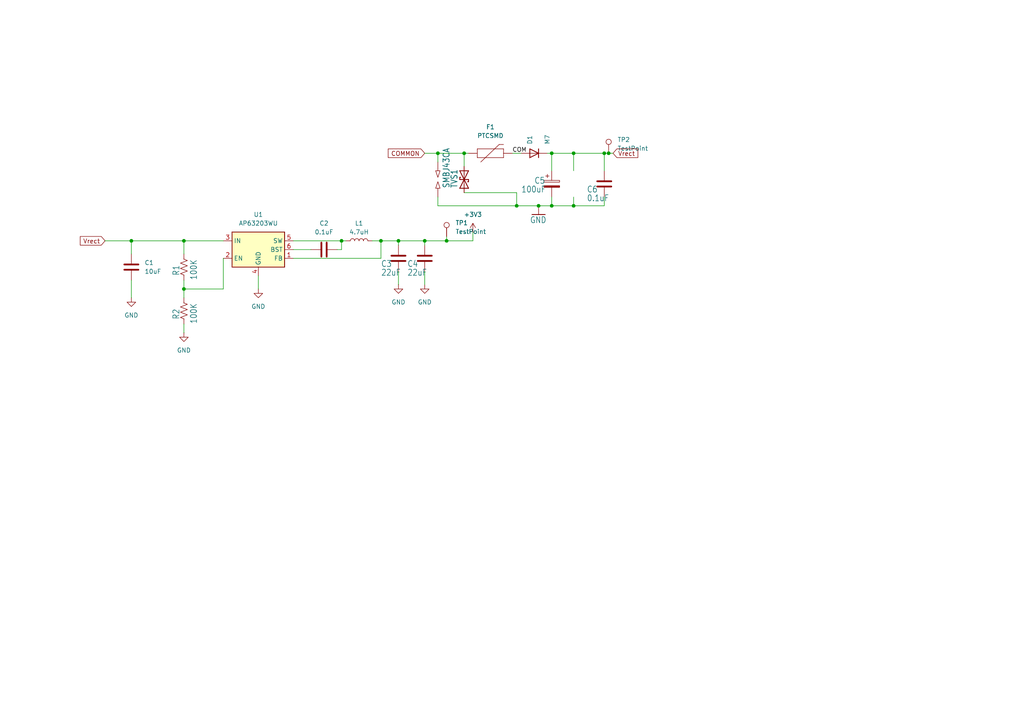
<source format=kicad_sch>
(kicad_sch (version 20231120) (generator "eeschema") (generator_version "8.0")
  (paper "A4")
  (lib_symbols
    (symbol "Connector:TestPoint" (pin_numbers hide) (pin_names (offset 0.762) hide)
      (property "Reference" "TP" (at 0 6.858 0))
      (property "Value" "TestPoint" (at 0 5.08 0))
      (symbol "TestPoint_0_1"
        (circle (center 0 3.302) (radius 0.762))
      )
      (symbol "TestPoint_1_1"
        (pin passive line (at 0 0 90) (length 2.54) (name "1") (number "1"))
      )
    )
    (symbol "Device:C" (pin_numbers hide) (pin_names (offset 0.254))
      (property "Reference" "C" (at 0.635 2.54 0))
      (property "Value" "C" (at 0.635 -2.54 0))
      (symbol "C_0_1"
        (polyline (pts (xy -2.032 -0.762) (xy 2.032 -0.762)) (stroke (width 0.508)))
        (polyline (pts (xy -2.032 0.762) (xy 2.032 0.762)) (stroke (width 0.508)))
      )
      (symbol "C_1_1"
        (pin passive line (at 0 3.81 270) (length 2.794) (name "~") (number "1"))
        (pin passive line (at 0 -3.81 90) (length 2.794) (name "~") (number "2"))
      )
    )
    (symbol "Device:C_Polarized" (pin_numbers hide) (pin_names (offset 0.254))
      (property "Reference" "C" (at 0.635 2.54 0))
      (property "Value" "C_Polarized" (at 0.635 -2.54 0))
      (symbol "C_Polarized_0_1"
        (rectangle (start -2.286 0.508) (end 2.286 1.016))
        (polyline (pts (xy -1.778 2.286) (xy -0.762 2.286)))
        (polyline (pts (xy -1.27 2.794) (xy -1.27 1.778)))
        (rectangle (start 2.286 -0.508) (end -2.286 -1.016) (fill (type outline)))
      )
      (symbol "C_Polarized_1_1"
        (pin passive line (at 0 3.81 270) (length 2.794) (name "~") (number "1"))
        (pin passive line (at 0 -3.81 90) (length 2.794) (name "~") (number "2"))
      )
    )
    (symbol "Device:L" (pin_numbers hide) (pin_names (offset 1.016) hide)
      (property "Reference" "L" (at -1.27 0 90))
      (property "Value" "L" (at 1.905 0 90))
      (symbol "L_0_1"
        (arc (start 0 -2.54) (mid 0.6323 -1.905) (end 0 -1.27))
        (arc (start 0 -1.27) (mid 0.6323 -0.635) (end 0 0))
        (arc (start 0 0) (mid 0.6323 0.635) (end 0 1.27))
        (arc (start 0 1.27) (mid 0.6323 1.905) (end 0 2.54))
      )
      (symbol "L_1_1"
        (pin passive line (at 0 3.81 270) (length 1.27) (name "1") (number "1"))
        (pin passive line (at 0 -3.81 90) (length 1.27) (name "2") (number "2"))
      )
    )
    (symbol "Device:R_US" (pin_numbers hide) (pin_names (offset 0))
      (property "Reference" "R" (at 2.54 0 90))
      (property "Value" "R_US" (at -2.54 0 90))
      (symbol "R_US_0_1"
        (polyline (pts (xy 0 -2.286) (xy 0 -2.54)))
        (polyline (pts (xy 0 2.286) (xy 0 2.54)))
        (polyline (pts (xy 0 -0.762) (xy 1.016 -1.143) (xy 0 -1.524) (xy -1.016 -1.905) (xy 0 -2.286)))
        (polyline (pts (xy 0 0.762) (xy 1.016 0.381) (xy 0 0) (xy -1.016 -0.381) (xy 0 -0.762)))
        (polyline (pts (xy 0 2.286) (xy 1.016 1.905) (xy 0 1.524) (xy -1.016 1.143) (xy 0 0.762)))
      )
      (symbol "R_US_1_1"
        (pin passive line (at 0 3.81 270) (length 1.27) (name "~") (number "1"))
        (pin passive line (at 0 -3.81 90) (length 1.27) (name "~") (number "2"))
      )
    )
    (symbol "Device:SparkGap" (pin_numbers hide) (pin_names (offset 0))
      (property "Reference" "E" (at 0 2.032 0))
      (property "Value" "SparkGap" (at 0 -1.905 0))
      (symbol "SparkGap_0_1"
        (polyline (pts (xy -2.54 0.635) (xy -2.54 -0.635) (xy -0.635 0) (xy -2.54 0.635)))
        (polyline (pts (xy 2.54 0.635) (xy 2.54 -0.635) (xy 0.635 0) (xy 2.54 0.635)))
      )
      (symbol "SparkGap_1_1"
        (pin passive line (at -5.08 0 0) (length 2.54) (name "~") (number "1"))
        (pin passive line (at 5.08 0 180) (length 2.54) (name "~") (number "2"))
      )
    )
    (symbol "Diode:MRA4007T3G" (pin_numbers hide) (pin_names hide)
      (property "Reference" "D" (at 0 2.54 0))
      (property "Value" "MRA4007T3G" (at 0 -2.54 0))
      (symbol "MRA4007T3G_0_1"
        (polyline (pts (xy -1.27 1.27) (xy -1.27 -1.27)) (stroke (width 0.254)))
        (polyline (pts (xy 1.27 0) (xy -1.27 0)))
        (polyline (pts (xy 1.27 1.27) (xy 1.27 -1.27) (xy -1.27 0) (xy 1.27 1.27)) (stroke (width 0.254)))
      )
      (symbol "MRA4007T3G_1_1"
        (pin passive line (at -3.81 0 0) (length 2.54) (name "K") (number "1"))
        (pin passive line (at 3.81 0 180) (length 2.54) (name "A") (number "2"))
      )
    )
    (symbol "Regulator_Switching:AP63203WU"
      (property "Reference" "U" (at -7.62 6.35 0))
      (property "Value" "AP63203WU" (at 2.54 6.35 0))
      (symbol "AP63203WU_0_1"
        (rectangle (start -7.62 5.08) (end 7.62 -5.08) (stroke (width 0.254)) (fill (type background)))
      )
      (symbol "AP63203WU_1_1"
        (pin input line (at 10.16 -2.54 180) (length 2.54) (name "FB") (number "1"))
        (pin input line (at -10.16 -2.54 0) (length 2.54) (name "EN") (number "2"))
        (pin power_in line (at -10.16 2.54 0) (length 2.54) (name "IN") (number "3"))
        (pin power_in line (at 0 -7.62 90) (length 2.54) (name "GND") (number "4"))
        (pin output line (at 10.16 2.54 180) (length 2.54) (name "SW") (number "5"))
        (pin passive line (at 10.16 0 180) (length 2.54) (name "BST") (number "6"))
      )
    )
    (symbol "SparkFun-PowerIC:PTCSMD" (pin_numbers hide) (pin_names (offset 1.016) hide)
      (property "Reference" "F" (at -2.54 3.048 0))
      (property "Value" "PTCSMD" (at -3.302 -5.08 0))
      (symbol "PTCSMD_1_0"
        (polyline (pts (xy -2.54 -1.27) (xy -2.54 1.27)))
        (polyline (pts (xy -2.54 1.27) (xy 5.08 1.27)))
        (polyline (pts (xy -1.524 -2.54) (xy 3.81 2.54)))
        (polyline (pts (xy 3.81 2.54) (xy 5.08 2.54)))
        (polyline (pts (xy 5.08 -1.27) (xy -2.54 -1.27)))
        (polyline (pts (xy 5.08 1.27) (xy 5.08 -1.27)))
      )
      (symbol "PTCSMD_1_1"
        (pin bidirectional line (at -5.08 0 0) (length 2.54) (name "1") (number "1"))
        (pin bidirectional line (at 7.62 0 180) (length 2.54) (name "2") (number "2"))
      )
    )
    (symbol "TVSSMB_1"
      (property "Reference" "TVS2" (at -1.27 1.905 0))
      (property "Value" "TVSSMB_1" (at -1.27 4.191 0))
      (symbol "TVSSMB_1_1_0"
        (polyline (pts (xy -1.27 -1.27) (xy 1.27 0)) (stroke (width 0.254)))
        (polyline (pts (xy -1.27 1.27) (xy -1.27 -1.27)) (stroke (width 0.254)))
        (polyline (pts (xy 0 0) (xy 1.27 0)) (stroke (width 0.1524)))
        (polyline (pts (xy 0.635 -1.016) (xy 0.635 -1.27)) (stroke (width 0.254)))
        (polyline (pts (xy 1.27 -1.27) (xy 0.635 -1.27)) (stroke (width 0.254)))
        (polyline (pts (xy 1.27 0) (xy -1.27 1.27)) (stroke (width 0.254)))
        (polyline (pts (xy 1.27 0) (xy 1.27 -1.27)) (stroke (width 0.254)))
        (polyline (pts (xy 1.27 0) (xy 2.54 0)) (stroke (width 0.1524)))
        (polyline (pts (xy 1.27 0) (xy 3.81 1.27)) (stroke (width 0.254)))
        (polyline (pts (xy 1.27 1.27) (xy 1.27 0)) (stroke (width 0.254)))
        (polyline (pts (xy 1.905 1.27) (xy 1.27 1.27)) (stroke (width 0.254)))
        (polyline (pts (xy 1.905 1.27) (xy 1.905 1.016)) (stroke (width 0.254)))
        (polyline (pts (xy 3.81 -1.27) (xy 1.27 0)) (stroke (width 0.254)))
        (polyline (pts (xy 3.81 1.27) (xy 3.81 -1.27)) (stroke (width 0.254)))
        (pin passive line (at -2.54 0 0) (length 2.54) (name "A") (number "1"))
        (pin passive line (at 5.08 0 180) (length 2.54) (name "C") (number "2"))
      )
    )
    (symbol "o-eagle-import:GND" (power)
      (property "Value" "GND" (at -2.54 -2.54 0))
      (symbol "GND_1_0"
        (polyline (pts (xy -1.905 0) (xy 1.905 0)) (stroke (width 0.254)))
        (pin power_in line (at 0 2.54 270) (length 2.54) (name "GND") (number "1"))
      )
    )
    (symbol "power:+3V3" (power) (pin_numbers hide) (pin_names (offset 0) hide)
      (property "Value" "+3V3" (at 0 3.556 0))
      (symbol "+3V3_0_1"
        (polyline (pts (xy -0.762 1.27) (xy 0 2.54)))
        (polyline (pts (xy 0 0) (xy 0 2.54)))
        (polyline (pts (xy 0 2.54) (xy 0.762 1.27)))
      )
      (symbol "+3V3_1_1"
        (pin power_in line (at 0 0 90) (length 0) (name "~") (number "1"))
      )
    )
    (symbol "power:GND" (power) (pin_numbers hide) (pin_names (offset 0) hide)
      (property "Value" "GND" (at 0 -3.81 0))
      (symbol "GND_0_1"
        (polyline (pts (xy 0 0) (xy 0 -1.27) (xy 1.27 -1.27) (xy 0 -2.54) (xy -1.27 -1.27) (xy 0 -1.27)))
      )
      (symbol "GND_1_1"
        (pin power_in line (at 0 0 270) (length 0) (name "~") (number "1"))
      )
    )
  )
  (junction (at 160.02 59.69))
  (junction (at 53.34 83.82))
  (junction (at 53.34 69.85))
  (junction (at 115.57 69.85))
  (junction (at 127 44.45))
  (junction (at 149.86 59.69))
  (junction (at 176.53 44.45))
  (junction (at 166.37 44.45))
  (junction (at 166.37 59.69))
  (junction (at 134.62 44.45))
  (junction (at 175.26 44.45))
  (junction (at 123.19 69.85))
  (junction (at 160.02 44.45))
  (junction (at 110.49 69.85))
  (junction (at 129.54 69.85))
  (junction (at 156.21 59.69))
  (junction (at 38.1 69.85))
  (junction (at 99.06 69.85))
  (wire (pts (xy 149.86 59.69) (xy 156.21 59.69)))
  (wire (pts (xy 74.93 80.01) (xy 74.93 83.82)))
  (wire (pts (xy 176.53 44.45) (xy 177.8 44.45)))
  (wire (pts (xy 64.77 83.82) (xy 53.34 83.82)))
  (wire (pts (xy 137.16 67.31) (xy 137.16 69.85)))
  (wire (pts (xy 110.49 69.85) (xy 115.57 69.85)))
  (wire (pts (xy 160.02 59.69) (xy 166.37 59.69)))
  (wire (pts (xy 85.09 69.85) (xy 99.06 69.85)))
  (wire (pts (xy 53.34 69.85) (xy 53.34 73.66)))
  (wire (pts (xy 127 59.69) (xy 149.86 59.69)))
  (wire (pts (xy 53.34 81.28) (xy 53.34 83.82)))
  (wire (pts (xy 129.54 68.58) (xy 129.54 69.85)))
  (wire (pts (xy 123.19 71.12) (xy 123.19 69.85)))
  (wire (pts (xy 30.48 69.85) (xy 38.1 69.85)))
  (wire (pts (xy 166.37 59.69) (xy 175.26 59.69)))
  (wire (pts (xy 127 44.45) (xy 134.62 44.45)))
  (wire (pts (xy 160.02 44.45) (xy 166.37 44.45)))
  (wire (pts (xy 123.19 44.45) (xy 127 44.45)))
  (wire (pts (xy 99.06 72.39) (xy 99.06 69.85)))
  (wire (pts (xy 166.37 44.45) (xy 166.37 49.53)))
  (wire (pts (xy 129.54 69.85) (xy 123.19 69.85)))
  (wire (pts (xy 134.62 55.88) (xy 149.86 55.88)))
  (wire (pts (xy 38.1 81.28) (xy 38.1 86.36)))
  (wire (pts (xy 97.79 72.39) (xy 99.06 72.39)))
  (wire (pts (xy 85.09 74.93) (xy 110.49 74.93)))
  (wire (pts (xy 127 57.15) (xy 127 59.69)))
  (wire (pts (xy 166.37 57.15) (xy 166.37 59.69)))
  (wire (pts (xy 53.34 83.82) (xy 53.34 86.36)))
  (wire (pts (xy 175.26 49.53) (xy 175.26 44.45)))
  (wire (pts (xy 160.02 57.15) (xy 160.02 59.69)))
  (wire (pts (xy 85.09 72.39) (xy 90.17 72.39)))
  (wire (pts (xy 115.57 69.85) (xy 115.57 71.12)))
  (wire (pts (xy 175.26 59.69) (xy 175.26 57.15)))
  (wire (pts (xy 160.02 44.45) (xy 160.02 49.53)))
  (wire (pts (xy 115.57 69.85) (xy 123.19 69.85)))
  (wire (pts (xy 175.26 44.45) (xy 176.53 44.45)))
  (wire (pts (xy 110.49 74.93) (xy 110.49 69.85)))
  (wire (pts (xy 127 46.99) (xy 127 44.45)))
  (wire (pts (xy 53.34 93.98) (xy 53.34 96.52)))
  (wire (pts (xy 115.57 78.74) (xy 115.57 82.55)))
  (wire (pts (xy 110.49 69.85) (xy 107.95 69.85)))
  (wire (pts (xy 53.34 69.85) (xy 64.77 69.85)))
  (wire (pts (xy 137.16 69.85) (xy 129.54 69.85)))
  (wire (pts (xy 38.1 69.85) (xy 38.1 73.66)))
  (wire (pts (xy 149.86 55.88) (xy 149.86 59.69)))
  (wire (pts (xy 166.37 44.45) (xy 175.26 44.45)))
  (wire (pts (xy 134.62 44.45) (xy 135.89 44.45)))
  (wire (pts (xy 134.62 48.26) (xy 134.62 44.45)))
  (wire (pts (xy 158.75 44.45) (xy 160.02 44.45)))
  (wire (pts (xy 38.1 69.85) (xy 53.34 69.85)))
  (wire (pts (xy 156.21 59.69) (xy 160.02 59.69)))
  (wire (pts (xy 64.77 74.93) (xy 64.77 83.82)))
  (wire (pts (xy 123.19 78.74) (xy 123.19 82.55)))
  (wire (pts (xy 99.06 69.85) (xy 100.33 69.85)))
  (wire (pts (xy 148.59 44.45) (xy 151.13 44.45)))
  (label "COM" (at 148.59 44.45 0) (effects (font (size 1.2446 1.2446))))
  (global_label "Vrect" (shape input) (at 177.8 44.45 0) (property "Intersheetrefs" "${INTERSHEET_REFS}" (effects (hide yes))))
  (global_label "COMMON" (shape input) (at 123.19 44.45 180) (property "Intersheetrefs" "${INTERSHEET_REFS}" (effects (hide yes))))
  (global_label "Vrect" (shape input) (at 30.48 69.85 180) (property "Intersheetrefs" "${INTERSHEET_REFS}" (effects (hide yes))))
  (symbol (lib_id "Diode:MRA4007T3G") (at 154.94 44.45 180) (unit 1)
    (property "Reference" "D1" (at 153.6699 41.91 90) (effects (justify right)))
    (property "Value" "M7" (at 158.7499 41.91 90) (effects (justify right)))
    (property "Footprint" "Diode_SMD:D_SMA" (effects (hide yes)))
    (property "Datasheet" "http://www.onsemi.com/pub_link/Collateral/MRA4003T3-D.PDF" (effects (hide yes)))
    (property "Description" "1000V, 1A, General Purpose Rectifier Diode, SMA(DO-214AC)" (effects (hide yes)))
    (property "Sim.Device" "D" (effects (hide yes)))
    (property "Sim.Pins" "1=K 2=A" (effects (hide yes)))
  )
  (symbol (lib_id "Device:C") (at 115.57 74.93 0) (unit 1)
    (property "Reference" "C3" (at 110.49 77.47 0) (effects (font (size 1.778 1.5113)) (justify left bottom)))
    (property "Value" "22uF" (at 110.49 80.01 0) (effects (font (size 1.778 1.5113)) (justify left bottom)))
    (property "Footprint" "Capacitor_SMD:C_0805_2012Metric_Pad1.18x1.45mm_HandSolder" (effects (hide yes)))
    (property "Description" "Unpolarized capacitor" (effects (hide yes)))
  )
  (symbol (lib_id "power:GND") (at 53.34 96.52 0) (unit 1)
    (property "Reference" "#PWR02" (effects (hide yes)))
    (property "Value" "GND" (at 53.34 101.6 0))
    (property "Description" "Power symbol creates a global label with name \"GND\" , ground" (effects (hide yes)))
  )
  (symbol (lib_id "power:GND") (at 38.1 86.36 0) (unit 1)
    (property "Reference" "#PWR01" (effects (hide yes)))
    (property "Value" "GND" (at 38.1 91.44 0))
    (property "Description" "Power symbol creates a global label with name \"GND\" , ground" (effects (hide yes)))
  )
  (symbol (lib_id "Device:R_US") (at 53.34 77.47 180) (unit 1)
    (property "Reference" "R1" (at 52.07 80.01 90) (effects (font (size 1.778 1.5113)) (justify right top)))
    (property "Value" "100K" (at 57.15 81.28 90) (effects (font (size 1.778 1.5113)) (justify right top)))
    (property "Footprint" "Resistor_SMD:R_0603_1608Metric_Pad0.98x0.95mm_HandSolder" (effects (hide yes)))
    (property "Description" "Resistor, US symbol" (effects (hide yes)))
  )
  (symbol (lib_id "Device:R_US") (at 53.34 90.17 180) (unit 1)
    (property "Reference" "R2" (at 52.07 92.71 90) (effects (font (size 1.778 1.5113)) (justify right top)))
    (property "Value" "100K" (at 57.15 93.98 90) (effects (font (size 1.778 1.5113)) (justify right top)))
    (property "Footprint" "Resistor_SMD:R_0603_1608Metric_Pad0.98x0.95mm_HandSolder" (effects (hide yes)))
    (property "Description" "Resistor, US symbol" (effects (hide yes)))
  )
  (symbol (lib_id "Device:SparkGap") (at 127 52.07 90) (unit 1) (in_bom no)
    (property "Reference" "SP1" (effects (hide yes)))
    (property "Value" "PCB-SGAP" (effects (hide yes)))
    (property "Footprint" "SparkGap:Sparkgap" (effects (hide yes)))
    (property "Description" "Spark gap" (effects (hide yes)))
  )
  (symbol (lib_id "Device:C_Polarized") (at 160.02 53.34 0) (unit 1)
    (property "Reference" "C5" (at 154.94 53.34 0) (effects (font (size 1.778 1.5113)) (justify left bottom)))
    (property "Value" "100uF" (at 151.13 55.88 0) (effects (font (size 1.778 1.5113)) (justify left bottom)))
    (property "Footprint" "Capacitor_SMD:C_Elec_8x10.2" (effects (hide yes)))
    (property "Description" "Polarized capacitor" (effects (hide yes)))
  )
  (symbol (lib_id "Device:C") (at 93.98 72.39 90) (unit 1)
    (property "Reference" "C2" (at 93.98 64.77 90))
    (property "Value" "0.1uF" (at 93.98 67.31 90))
    (property "Footprint" "Capacitor_SMD:C_0805_2012Metric_Pad1.18x1.45mm_HandSolder" (effects (hide yes)))
    (property "Description" "Unpolarized capacitor" (effects (hide yes)))
  )
  (symbol (lib_id "Connector:TestPoint") (at 129.54 68.58 0) (unit 1)
    (property "Reference" "TP1" (at 132.08 64.643 0) (effects (justify left)))
    (property "Value" "TestPoint" (at 132.08 67.183 0) (effects (justify left)))
    (property "Footprint" "TestPoint:TestPoint_Pad_D1.0mm" (effects (hide yes)))
    (property "Description" "test point" (effects (hide yes)))
  )
  (symbol (lib_id "Device:C") (at 175.26 53.34 0) (unit 1)
    (property "Reference" "C6" (at 170.18 55.88 0) (effects (font (size 1.778 1.5113)) (justify left bottom)))
    (property "Value" "0.1uF" (at 170.18 58.42 0) (effects (font (size 1.778 1.5113)) (justify left bottom)))
    (property "Footprint" "Capacitor_SMD:C_1206_3216Metric_Pad1.33x1.80mm_HandSolder" (effects (hide yes)))
    (property "Description" "Unpolarized capacitor" (effects (hide yes)))
  )
  (symbol (lib_id "Device:C") (at 38.1 77.47 0) (unit 1)
    (property "Reference" "C1" (at 41.91 76.1999 0) (effects (justify left)))
    (property "Value" "10uF" (at 41.91 78.7399 0) (effects (justify left)))
    (property "Footprint" "Capacitor_SMD:C_1210_3225Metric_Pad1.33x2.70mm_HandSolder" (effects (hide yes)))
    (property "Description" "Unpolarized capacitor" (effects (hide yes)))
  )
  (symbol (lib_id "power:GND") (at 123.19 82.55 0) (unit 1)
    (property "Reference" "#PWR05" (effects (hide yes)))
    (property "Value" "GND" (at 123.19 87.63 0))
    (property "Description" "Power symbol creates a global label with name \"GND\" , ground" (effects (hide yes)))
  )
  (symbol (lib_id "power:GND") (at 115.57 82.55 0) (unit 1)
    (property "Reference" "#PWR04" (effects (hide yes)))
    (property "Value" "GND" (at 115.57 87.63 0))
    (property "Description" "Power symbol creates a global label with name \"GND\" , ground" (effects (hide yes)))
  )
  (symbol (lib_id "SparkFun-PowerIC:PTCSMD") (at 140.97 44.45 0) (unit 1)
    (property "Reference" "F1" (at 142.24 36.83 0))
    (property "Value" "PTCSMD" (at 142.24 39.37 0))
    (property "Footprint" "Fuse:Fuse_Bourns_MF-SM_7.98x5.44mm" (effects (hide yes)))
  )
  (symbol (lib_id "power:+3V3") (at 137.16 67.31 0) (unit 1)
    (property "Reference" "#PWR06" (effects (hide yes)))
    (property "Value" "+3V3" (at 137.16 62.23 0))
    (property "Description" "Power symbol creates a global label with name \"+3V3\"" (effects (hide yes)))
  )
  (symbol (lib_id "Device:L") (at 104.14 69.85 90) (unit 1)
    (property "Reference" "L1" (at 104.14 64.77 90))
    (property "Value" "4.7uH" (at 104.14 67.31 90))
    (property "Footprint" "Inductor_SMD:L_Abracon_ASPI-0425" (effects (hide yes)))
    (property "Description" "Inductor" (effects (hide yes)))
  )
  (symbol (lib_id "Device:C") (at 123.19 74.93 0) (unit 1)
    (property "Reference" "C4" (at 118.11 77.47 0) (effects (font (size 1.778 1.5113)) (justify left bottom)))
    (property "Value" "22uF" (at 118.11 80.01 0) (effects (font (size 1.778 1.5113)) (justify left bottom)))
    (property "Footprint" "Capacitor_SMD:C_0805_2012Metric_Pad1.18x1.45mm_HandSolder" (effects (hide yes)))
    (property "Description" "Unpolarized capacitor" (effects (hide yes)))
  )
  (symbol (lib_name "TVSSMB_1") (lib_id "o-eagle-import:TVSSMB") (at 134.62 53.34 90) (unit 1)
    (property "Reference" "TVS1" (at 132.715 54.61 0) (effects (font (size 1.778 1.5113)) (justify left bottom)))
    (property "Value" "SMBJ43CA" (at 130.429 54.61 0) (effects (font (size 1.778 1.5113)) (justify left bottom)))
    (property "Footprint" "SMBJ43CA:SMBJSeries_LTF" (effects (hide yes)))
  )
  (symbol (lib_id "power:GND") (at 74.93 83.82 0) (unit 1)
    (property "Reference" "#PWR03" (effects (hide yes)))
    (property "Value" "GND" (at 74.93 88.9 0))
    (property "Description" "Power symbol creates a global label with name \"GND\" , ground" (effects (hide yes)))
  )
  (symbol (lib_id "Connector:TestPoint") (at 176.53 44.45 0) (unit 1)
    (property "Reference" "TP2" (at 179.07 40.513 0) (effects (justify left)))
    (property "Value" "TestPoint" (at 179.07 43.053 0) (effects (justify left)))
    (property "Footprint" "TestPoint:TestPoint_Pad_D1.0mm" (effects (hide yes)))
    (property "Description" "test point" (effects (hide yes)))
  )
  (symbol (lib_id "o-eagle-import:GND") (at 156.21 62.23 0) (unit 1)
    (property "Reference" "#GND01" (effects (hide yes)))
    (property "Value" "GND" (at 153.67 64.77 0) (effects (font (size 1.778 1.5113)) (justify left bottom)))
    (property "Footprint" "o:" (effects (hide yes)))
  )
  (symbol (lib_id "Regulator_Switching:AP63203WU") (at 74.93 72.39 0) (unit 1)
    (property "Reference" "U1" (at 74.93 62.23 0))
    (property "Value" "AP63203WU" (at 74.93 64.77 0))
    (property "Footprint" "Package_TO_SOT_SMD:TSOT-23-6" (effects (hide yes)))
    (property "Datasheet" "https://www.diodes.com/assets/Datasheets/AP63200-AP63201-AP63203-AP63205.pdf" (effects (hide yes)))
    (property "Description" "2A, 1.1MHz Buck DC/DC Converter, fixed 3.3V output voltage, TSOT-23-6" (effects (hide yes)))
  )
)
</source>
